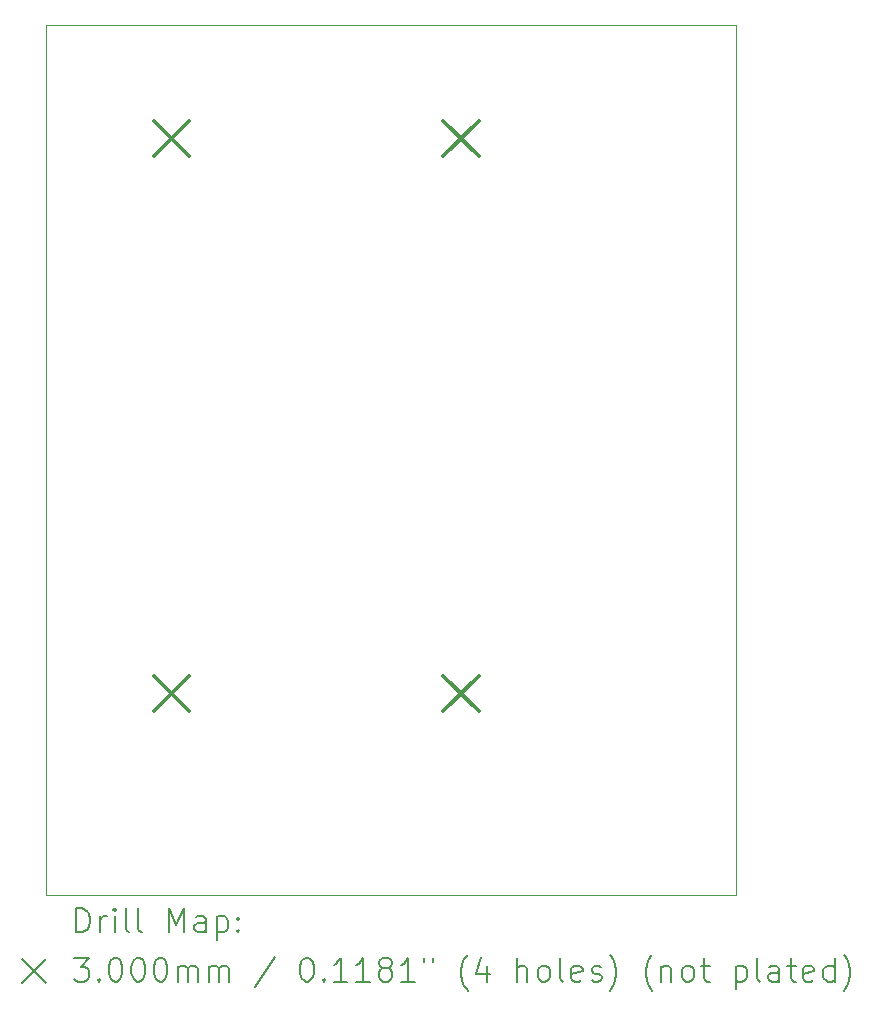
<source format=gbr>
%TF.GenerationSoftware,KiCad,Pcbnew,7.0.8*%
%TF.CreationDate,2023-12-01T02:07:00-05:00*%
%TF.ProjectId,Esquema KiCad Proyecto,45737175-656d-4612-904b-694361642050,rev?*%
%TF.SameCoordinates,Original*%
%TF.FileFunction,Drillmap*%
%TF.FilePolarity,Positive*%
%FSLAX45Y45*%
G04 Gerber Fmt 4.5, Leading zero omitted, Abs format (unit mm)*
G04 Created by KiCad (PCBNEW 7.0.8) date 2023-12-01 02:07:00*
%MOMM*%
%LPD*%
G01*
G04 APERTURE LIST*
%ADD10C,0.100000*%
%ADD11C,0.200000*%
%ADD12C,0.300000*%
G04 APERTURE END LIST*
D10*
X16764000Y-3556000D02*
X22606000Y-3556000D01*
X22606000Y-10922000D01*
X16764000Y-10922000D01*
X16764000Y-3556000D01*
D11*
D12*
X17675500Y-4372000D02*
X17975500Y-4672000D01*
X17975500Y-4372000D02*
X17675500Y-4672000D01*
X17675500Y-9067000D02*
X17975500Y-9367000D01*
X17975500Y-9067000D02*
X17675500Y-9367000D01*
X20126500Y-4372000D02*
X20426500Y-4672000D01*
X20426500Y-4372000D02*
X20126500Y-4672000D01*
X20126500Y-9067000D02*
X20426500Y-9367000D01*
X20426500Y-9067000D02*
X20126500Y-9367000D01*
D11*
X17019777Y-11238484D02*
X17019777Y-11038484D01*
X17019777Y-11038484D02*
X17067396Y-11038484D01*
X17067396Y-11038484D02*
X17095967Y-11048008D01*
X17095967Y-11048008D02*
X17115015Y-11067055D01*
X17115015Y-11067055D02*
X17124539Y-11086103D01*
X17124539Y-11086103D02*
X17134063Y-11124198D01*
X17134063Y-11124198D02*
X17134063Y-11152770D01*
X17134063Y-11152770D02*
X17124539Y-11190865D01*
X17124539Y-11190865D02*
X17115015Y-11209912D01*
X17115015Y-11209912D02*
X17095967Y-11228960D01*
X17095967Y-11228960D02*
X17067396Y-11238484D01*
X17067396Y-11238484D02*
X17019777Y-11238484D01*
X17219777Y-11238484D02*
X17219777Y-11105150D01*
X17219777Y-11143246D02*
X17229301Y-11124198D01*
X17229301Y-11124198D02*
X17238824Y-11114674D01*
X17238824Y-11114674D02*
X17257872Y-11105150D01*
X17257872Y-11105150D02*
X17276920Y-11105150D01*
X17343586Y-11238484D02*
X17343586Y-11105150D01*
X17343586Y-11038484D02*
X17334063Y-11048008D01*
X17334063Y-11048008D02*
X17343586Y-11057531D01*
X17343586Y-11057531D02*
X17353110Y-11048008D01*
X17353110Y-11048008D02*
X17343586Y-11038484D01*
X17343586Y-11038484D02*
X17343586Y-11057531D01*
X17467396Y-11238484D02*
X17448348Y-11228960D01*
X17448348Y-11228960D02*
X17438824Y-11209912D01*
X17438824Y-11209912D02*
X17438824Y-11038484D01*
X17572158Y-11238484D02*
X17553110Y-11228960D01*
X17553110Y-11228960D02*
X17543586Y-11209912D01*
X17543586Y-11209912D02*
X17543586Y-11038484D01*
X17800729Y-11238484D02*
X17800729Y-11038484D01*
X17800729Y-11038484D02*
X17867396Y-11181341D01*
X17867396Y-11181341D02*
X17934063Y-11038484D01*
X17934063Y-11038484D02*
X17934063Y-11238484D01*
X18115015Y-11238484D02*
X18115015Y-11133722D01*
X18115015Y-11133722D02*
X18105491Y-11114674D01*
X18105491Y-11114674D02*
X18086444Y-11105150D01*
X18086444Y-11105150D02*
X18048348Y-11105150D01*
X18048348Y-11105150D02*
X18029301Y-11114674D01*
X18115015Y-11228960D02*
X18095967Y-11238484D01*
X18095967Y-11238484D02*
X18048348Y-11238484D01*
X18048348Y-11238484D02*
X18029301Y-11228960D01*
X18029301Y-11228960D02*
X18019777Y-11209912D01*
X18019777Y-11209912D02*
X18019777Y-11190865D01*
X18019777Y-11190865D02*
X18029301Y-11171817D01*
X18029301Y-11171817D02*
X18048348Y-11162293D01*
X18048348Y-11162293D02*
X18095967Y-11162293D01*
X18095967Y-11162293D02*
X18115015Y-11152770D01*
X18210253Y-11105150D02*
X18210253Y-11305150D01*
X18210253Y-11114674D02*
X18229301Y-11105150D01*
X18229301Y-11105150D02*
X18267396Y-11105150D01*
X18267396Y-11105150D02*
X18286444Y-11114674D01*
X18286444Y-11114674D02*
X18295967Y-11124198D01*
X18295967Y-11124198D02*
X18305491Y-11143246D01*
X18305491Y-11143246D02*
X18305491Y-11200388D01*
X18305491Y-11200388D02*
X18295967Y-11219436D01*
X18295967Y-11219436D02*
X18286444Y-11228960D01*
X18286444Y-11228960D02*
X18267396Y-11238484D01*
X18267396Y-11238484D02*
X18229301Y-11238484D01*
X18229301Y-11238484D02*
X18210253Y-11228960D01*
X18391205Y-11219436D02*
X18400729Y-11228960D01*
X18400729Y-11228960D02*
X18391205Y-11238484D01*
X18391205Y-11238484D02*
X18381682Y-11228960D01*
X18381682Y-11228960D02*
X18391205Y-11219436D01*
X18391205Y-11219436D02*
X18391205Y-11238484D01*
X18391205Y-11114674D02*
X18400729Y-11124198D01*
X18400729Y-11124198D02*
X18391205Y-11133722D01*
X18391205Y-11133722D02*
X18381682Y-11124198D01*
X18381682Y-11124198D02*
X18391205Y-11114674D01*
X18391205Y-11114674D02*
X18391205Y-11133722D01*
X16559000Y-11467000D02*
X16759000Y-11667000D01*
X16759000Y-11467000D02*
X16559000Y-11667000D01*
X17000729Y-11458484D02*
X17124539Y-11458484D01*
X17124539Y-11458484D02*
X17057872Y-11534674D01*
X17057872Y-11534674D02*
X17086444Y-11534674D01*
X17086444Y-11534674D02*
X17105491Y-11544198D01*
X17105491Y-11544198D02*
X17115015Y-11553722D01*
X17115015Y-11553722D02*
X17124539Y-11572769D01*
X17124539Y-11572769D02*
X17124539Y-11620388D01*
X17124539Y-11620388D02*
X17115015Y-11639436D01*
X17115015Y-11639436D02*
X17105491Y-11648960D01*
X17105491Y-11648960D02*
X17086444Y-11658484D01*
X17086444Y-11658484D02*
X17029301Y-11658484D01*
X17029301Y-11658484D02*
X17010253Y-11648960D01*
X17010253Y-11648960D02*
X17000729Y-11639436D01*
X17210253Y-11639436D02*
X17219777Y-11648960D01*
X17219777Y-11648960D02*
X17210253Y-11658484D01*
X17210253Y-11658484D02*
X17200729Y-11648960D01*
X17200729Y-11648960D02*
X17210253Y-11639436D01*
X17210253Y-11639436D02*
X17210253Y-11658484D01*
X17343586Y-11458484D02*
X17362634Y-11458484D01*
X17362634Y-11458484D02*
X17381682Y-11468008D01*
X17381682Y-11468008D02*
X17391205Y-11477531D01*
X17391205Y-11477531D02*
X17400729Y-11496579D01*
X17400729Y-11496579D02*
X17410253Y-11534674D01*
X17410253Y-11534674D02*
X17410253Y-11582293D01*
X17410253Y-11582293D02*
X17400729Y-11620388D01*
X17400729Y-11620388D02*
X17391205Y-11639436D01*
X17391205Y-11639436D02*
X17381682Y-11648960D01*
X17381682Y-11648960D02*
X17362634Y-11658484D01*
X17362634Y-11658484D02*
X17343586Y-11658484D01*
X17343586Y-11658484D02*
X17324539Y-11648960D01*
X17324539Y-11648960D02*
X17315015Y-11639436D01*
X17315015Y-11639436D02*
X17305491Y-11620388D01*
X17305491Y-11620388D02*
X17295967Y-11582293D01*
X17295967Y-11582293D02*
X17295967Y-11534674D01*
X17295967Y-11534674D02*
X17305491Y-11496579D01*
X17305491Y-11496579D02*
X17315015Y-11477531D01*
X17315015Y-11477531D02*
X17324539Y-11468008D01*
X17324539Y-11468008D02*
X17343586Y-11458484D01*
X17534063Y-11458484D02*
X17553110Y-11458484D01*
X17553110Y-11458484D02*
X17572158Y-11468008D01*
X17572158Y-11468008D02*
X17581682Y-11477531D01*
X17581682Y-11477531D02*
X17591205Y-11496579D01*
X17591205Y-11496579D02*
X17600729Y-11534674D01*
X17600729Y-11534674D02*
X17600729Y-11582293D01*
X17600729Y-11582293D02*
X17591205Y-11620388D01*
X17591205Y-11620388D02*
X17581682Y-11639436D01*
X17581682Y-11639436D02*
X17572158Y-11648960D01*
X17572158Y-11648960D02*
X17553110Y-11658484D01*
X17553110Y-11658484D02*
X17534063Y-11658484D01*
X17534063Y-11658484D02*
X17515015Y-11648960D01*
X17515015Y-11648960D02*
X17505491Y-11639436D01*
X17505491Y-11639436D02*
X17495967Y-11620388D01*
X17495967Y-11620388D02*
X17486444Y-11582293D01*
X17486444Y-11582293D02*
X17486444Y-11534674D01*
X17486444Y-11534674D02*
X17495967Y-11496579D01*
X17495967Y-11496579D02*
X17505491Y-11477531D01*
X17505491Y-11477531D02*
X17515015Y-11468008D01*
X17515015Y-11468008D02*
X17534063Y-11458484D01*
X17724539Y-11458484D02*
X17743586Y-11458484D01*
X17743586Y-11458484D02*
X17762634Y-11468008D01*
X17762634Y-11468008D02*
X17772158Y-11477531D01*
X17772158Y-11477531D02*
X17781682Y-11496579D01*
X17781682Y-11496579D02*
X17791205Y-11534674D01*
X17791205Y-11534674D02*
X17791205Y-11582293D01*
X17791205Y-11582293D02*
X17781682Y-11620388D01*
X17781682Y-11620388D02*
X17772158Y-11639436D01*
X17772158Y-11639436D02*
X17762634Y-11648960D01*
X17762634Y-11648960D02*
X17743586Y-11658484D01*
X17743586Y-11658484D02*
X17724539Y-11658484D01*
X17724539Y-11658484D02*
X17705491Y-11648960D01*
X17705491Y-11648960D02*
X17695967Y-11639436D01*
X17695967Y-11639436D02*
X17686444Y-11620388D01*
X17686444Y-11620388D02*
X17676920Y-11582293D01*
X17676920Y-11582293D02*
X17676920Y-11534674D01*
X17676920Y-11534674D02*
X17686444Y-11496579D01*
X17686444Y-11496579D02*
X17695967Y-11477531D01*
X17695967Y-11477531D02*
X17705491Y-11468008D01*
X17705491Y-11468008D02*
X17724539Y-11458484D01*
X17876920Y-11658484D02*
X17876920Y-11525150D01*
X17876920Y-11544198D02*
X17886444Y-11534674D01*
X17886444Y-11534674D02*
X17905491Y-11525150D01*
X17905491Y-11525150D02*
X17934063Y-11525150D01*
X17934063Y-11525150D02*
X17953110Y-11534674D01*
X17953110Y-11534674D02*
X17962634Y-11553722D01*
X17962634Y-11553722D02*
X17962634Y-11658484D01*
X17962634Y-11553722D02*
X17972158Y-11534674D01*
X17972158Y-11534674D02*
X17991205Y-11525150D01*
X17991205Y-11525150D02*
X18019777Y-11525150D01*
X18019777Y-11525150D02*
X18038825Y-11534674D01*
X18038825Y-11534674D02*
X18048348Y-11553722D01*
X18048348Y-11553722D02*
X18048348Y-11658484D01*
X18143586Y-11658484D02*
X18143586Y-11525150D01*
X18143586Y-11544198D02*
X18153110Y-11534674D01*
X18153110Y-11534674D02*
X18172158Y-11525150D01*
X18172158Y-11525150D02*
X18200729Y-11525150D01*
X18200729Y-11525150D02*
X18219777Y-11534674D01*
X18219777Y-11534674D02*
X18229301Y-11553722D01*
X18229301Y-11553722D02*
X18229301Y-11658484D01*
X18229301Y-11553722D02*
X18238825Y-11534674D01*
X18238825Y-11534674D02*
X18257872Y-11525150D01*
X18257872Y-11525150D02*
X18286444Y-11525150D01*
X18286444Y-11525150D02*
X18305491Y-11534674D01*
X18305491Y-11534674D02*
X18315015Y-11553722D01*
X18315015Y-11553722D02*
X18315015Y-11658484D01*
X18705491Y-11448960D02*
X18534063Y-11706103D01*
X18962634Y-11458484D02*
X18981682Y-11458484D01*
X18981682Y-11458484D02*
X19000729Y-11468008D01*
X19000729Y-11468008D02*
X19010253Y-11477531D01*
X19010253Y-11477531D02*
X19019777Y-11496579D01*
X19019777Y-11496579D02*
X19029301Y-11534674D01*
X19029301Y-11534674D02*
X19029301Y-11582293D01*
X19029301Y-11582293D02*
X19019777Y-11620388D01*
X19019777Y-11620388D02*
X19010253Y-11639436D01*
X19010253Y-11639436D02*
X19000729Y-11648960D01*
X19000729Y-11648960D02*
X18981682Y-11658484D01*
X18981682Y-11658484D02*
X18962634Y-11658484D01*
X18962634Y-11658484D02*
X18943587Y-11648960D01*
X18943587Y-11648960D02*
X18934063Y-11639436D01*
X18934063Y-11639436D02*
X18924539Y-11620388D01*
X18924539Y-11620388D02*
X18915015Y-11582293D01*
X18915015Y-11582293D02*
X18915015Y-11534674D01*
X18915015Y-11534674D02*
X18924539Y-11496579D01*
X18924539Y-11496579D02*
X18934063Y-11477531D01*
X18934063Y-11477531D02*
X18943587Y-11468008D01*
X18943587Y-11468008D02*
X18962634Y-11458484D01*
X19115015Y-11639436D02*
X19124539Y-11648960D01*
X19124539Y-11648960D02*
X19115015Y-11658484D01*
X19115015Y-11658484D02*
X19105491Y-11648960D01*
X19105491Y-11648960D02*
X19115015Y-11639436D01*
X19115015Y-11639436D02*
X19115015Y-11658484D01*
X19315015Y-11658484D02*
X19200729Y-11658484D01*
X19257872Y-11658484D02*
X19257872Y-11458484D01*
X19257872Y-11458484D02*
X19238825Y-11487055D01*
X19238825Y-11487055D02*
X19219777Y-11506103D01*
X19219777Y-11506103D02*
X19200729Y-11515627D01*
X19505491Y-11658484D02*
X19391206Y-11658484D01*
X19448348Y-11658484D02*
X19448348Y-11458484D01*
X19448348Y-11458484D02*
X19429301Y-11487055D01*
X19429301Y-11487055D02*
X19410253Y-11506103D01*
X19410253Y-11506103D02*
X19391206Y-11515627D01*
X19619777Y-11544198D02*
X19600729Y-11534674D01*
X19600729Y-11534674D02*
X19591206Y-11525150D01*
X19591206Y-11525150D02*
X19581682Y-11506103D01*
X19581682Y-11506103D02*
X19581682Y-11496579D01*
X19581682Y-11496579D02*
X19591206Y-11477531D01*
X19591206Y-11477531D02*
X19600729Y-11468008D01*
X19600729Y-11468008D02*
X19619777Y-11458484D01*
X19619777Y-11458484D02*
X19657872Y-11458484D01*
X19657872Y-11458484D02*
X19676920Y-11468008D01*
X19676920Y-11468008D02*
X19686444Y-11477531D01*
X19686444Y-11477531D02*
X19695968Y-11496579D01*
X19695968Y-11496579D02*
X19695968Y-11506103D01*
X19695968Y-11506103D02*
X19686444Y-11525150D01*
X19686444Y-11525150D02*
X19676920Y-11534674D01*
X19676920Y-11534674D02*
X19657872Y-11544198D01*
X19657872Y-11544198D02*
X19619777Y-11544198D01*
X19619777Y-11544198D02*
X19600729Y-11553722D01*
X19600729Y-11553722D02*
X19591206Y-11563246D01*
X19591206Y-11563246D02*
X19581682Y-11582293D01*
X19581682Y-11582293D02*
X19581682Y-11620388D01*
X19581682Y-11620388D02*
X19591206Y-11639436D01*
X19591206Y-11639436D02*
X19600729Y-11648960D01*
X19600729Y-11648960D02*
X19619777Y-11658484D01*
X19619777Y-11658484D02*
X19657872Y-11658484D01*
X19657872Y-11658484D02*
X19676920Y-11648960D01*
X19676920Y-11648960D02*
X19686444Y-11639436D01*
X19686444Y-11639436D02*
X19695968Y-11620388D01*
X19695968Y-11620388D02*
X19695968Y-11582293D01*
X19695968Y-11582293D02*
X19686444Y-11563246D01*
X19686444Y-11563246D02*
X19676920Y-11553722D01*
X19676920Y-11553722D02*
X19657872Y-11544198D01*
X19886444Y-11658484D02*
X19772158Y-11658484D01*
X19829301Y-11658484D02*
X19829301Y-11458484D01*
X19829301Y-11458484D02*
X19810253Y-11487055D01*
X19810253Y-11487055D02*
X19791206Y-11506103D01*
X19791206Y-11506103D02*
X19772158Y-11515627D01*
X19962634Y-11458484D02*
X19962634Y-11496579D01*
X20038825Y-11458484D02*
X20038825Y-11496579D01*
X20334063Y-11734674D02*
X20324539Y-11725150D01*
X20324539Y-11725150D02*
X20305491Y-11696579D01*
X20305491Y-11696579D02*
X20295968Y-11677531D01*
X20295968Y-11677531D02*
X20286444Y-11648960D01*
X20286444Y-11648960D02*
X20276920Y-11601341D01*
X20276920Y-11601341D02*
X20276920Y-11563246D01*
X20276920Y-11563246D02*
X20286444Y-11515627D01*
X20286444Y-11515627D02*
X20295968Y-11487055D01*
X20295968Y-11487055D02*
X20305491Y-11468008D01*
X20305491Y-11468008D02*
X20324539Y-11439436D01*
X20324539Y-11439436D02*
X20334063Y-11429912D01*
X20495968Y-11525150D02*
X20495968Y-11658484D01*
X20448349Y-11448960D02*
X20400730Y-11591817D01*
X20400730Y-11591817D02*
X20524539Y-11591817D01*
X20753111Y-11658484D02*
X20753111Y-11458484D01*
X20838825Y-11658484D02*
X20838825Y-11553722D01*
X20838825Y-11553722D02*
X20829301Y-11534674D01*
X20829301Y-11534674D02*
X20810253Y-11525150D01*
X20810253Y-11525150D02*
X20781682Y-11525150D01*
X20781682Y-11525150D02*
X20762634Y-11534674D01*
X20762634Y-11534674D02*
X20753111Y-11544198D01*
X20962634Y-11658484D02*
X20943587Y-11648960D01*
X20943587Y-11648960D02*
X20934063Y-11639436D01*
X20934063Y-11639436D02*
X20924539Y-11620388D01*
X20924539Y-11620388D02*
X20924539Y-11563246D01*
X20924539Y-11563246D02*
X20934063Y-11544198D01*
X20934063Y-11544198D02*
X20943587Y-11534674D01*
X20943587Y-11534674D02*
X20962634Y-11525150D01*
X20962634Y-11525150D02*
X20991206Y-11525150D01*
X20991206Y-11525150D02*
X21010253Y-11534674D01*
X21010253Y-11534674D02*
X21019777Y-11544198D01*
X21019777Y-11544198D02*
X21029301Y-11563246D01*
X21029301Y-11563246D02*
X21029301Y-11620388D01*
X21029301Y-11620388D02*
X21019777Y-11639436D01*
X21019777Y-11639436D02*
X21010253Y-11648960D01*
X21010253Y-11648960D02*
X20991206Y-11658484D01*
X20991206Y-11658484D02*
X20962634Y-11658484D01*
X21143587Y-11658484D02*
X21124539Y-11648960D01*
X21124539Y-11648960D02*
X21115015Y-11629912D01*
X21115015Y-11629912D02*
X21115015Y-11458484D01*
X21295968Y-11648960D02*
X21276920Y-11658484D01*
X21276920Y-11658484D02*
X21238825Y-11658484D01*
X21238825Y-11658484D02*
X21219777Y-11648960D01*
X21219777Y-11648960D02*
X21210253Y-11629912D01*
X21210253Y-11629912D02*
X21210253Y-11553722D01*
X21210253Y-11553722D02*
X21219777Y-11534674D01*
X21219777Y-11534674D02*
X21238825Y-11525150D01*
X21238825Y-11525150D02*
X21276920Y-11525150D01*
X21276920Y-11525150D02*
X21295968Y-11534674D01*
X21295968Y-11534674D02*
X21305492Y-11553722D01*
X21305492Y-11553722D02*
X21305492Y-11572769D01*
X21305492Y-11572769D02*
X21210253Y-11591817D01*
X21381682Y-11648960D02*
X21400730Y-11658484D01*
X21400730Y-11658484D02*
X21438825Y-11658484D01*
X21438825Y-11658484D02*
X21457873Y-11648960D01*
X21457873Y-11648960D02*
X21467396Y-11629912D01*
X21467396Y-11629912D02*
X21467396Y-11620388D01*
X21467396Y-11620388D02*
X21457873Y-11601341D01*
X21457873Y-11601341D02*
X21438825Y-11591817D01*
X21438825Y-11591817D02*
X21410253Y-11591817D01*
X21410253Y-11591817D02*
X21391206Y-11582293D01*
X21391206Y-11582293D02*
X21381682Y-11563246D01*
X21381682Y-11563246D02*
X21381682Y-11553722D01*
X21381682Y-11553722D02*
X21391206Y-11534674D01*
X21391206Y-11534674D02*
X21410253Y-11525150D01*
X21410253Y-11525150D02*
X21438825Y-11525150D01*
X21438825Y-11525150D02*
X21457873Y-11534674D01*
X21534063Y-11734674D02*
X21543587Y-11725150D01*
X21543587Y-11725150D02*
X21562634Y-11696579D01*
X21562634Y-11696579D02*
X21572158Y-11677531D01*
X21572158Y-11677531D02*
X21581682Y-11648960D01*
X21581682Y-11648960D02*
X21591206Y-11601341D01*
X21591206Y-11601341D02*
X21591206Y-11563246D01*
X21591206Y-11563246D02*
X21581682Y-11515627D01*
X21581682Y-11515627D02*
X21572158Y-11487055D01*
X21572158Y-11487055D02*
X21562634Y-11468008D01*
X21562634Y-11468008D02*
X21543587Y-11439436D01*
X21543587Y-11439436D02*
X21534063Y-11429912D01*
X21895968Y-11734674D02*
X21886444Y-11725150D01*
X21886444Y-11725150D02*
X21867396Y-11696579D01*
X21867396Y-11696579D02*
X21857873Y-11677531D01*
X21857873Y-11677531D02*
X21848349Y-11648960D01*
X21848349Y-11648960D02*
X21838825Y-11601341D01*
X21838825Y-11601341D02*
X21838825Y-11563246D01*
X21838825Y-11563246D02*
X21848349Y-11515627D01*
X21848349Y-11515627D02*
X21857873Y-11487055D01*
X21857873Y-11487055D02*
X21867396Y-11468008D01*
X21867396Y-11468008D02*
X21886444Y-11439436D01*
X21886444Y-11439436D02*
X21895968Y-11429912D01*
X21972158Y-11525150D02*
X21972158Y-11658484D01*
X21972158Y-11544198D02*
X21981682Y-11534674D01*
X21981682Y-11534674D02*
X22000730Y-11525150D01*
X22000730Y-11525150D02*
X22029301Y-11525150D01*
X22029301Y-11525150D02*
X22048349Y-11534674D01*
X22048349Y-11534674D02*
X22057873Y-11553722D01*
X22057873Y-11553722D02*
X22057873Y-11658484D01*
X22181682Y-11658484D02*
X22162634Y-11648960D01*
X22162634Y-11648960D02*
X22153111Y-11639436D01*
X22153111Y-11639436D02*
X22143587Y-11620388D01*
X22143587Y-11620388D02*
X22143587Y-11563246D01*
X22143587Y-11563246D02*
X22153111Y-11544198D01*
X22153111Y-11544198D02*
X22162634Y-11534674D01*
X22162634Y-11534674D02*
X22181682Y-11525150D01*
X22181682Y-11525150D02*
X22210254Y-11525150D01*
X22210254Y-11525150D02*
X22229301Y-11534674D01*
X22229301Y-11534674D02*
X22238825Y-11544198D01*
X22238825Y-11544198D02*
X22248349Y-11563246D01*
X22248349Y-11563246D02*
X22248349Y-11620388D01*
X22248349Y-11620388D02*
X22238825Y-11639436D01*
X22238825Y-11639436D02*
X22229301Y-11648960D01*
X22229301Y-11648960D02*
X22210254Y-11658484D01*
X22210254Y-11658484D02*
X22181682Y-11658484D01*
X22305492Y-11525150D02*
X22381682Y-11525150D01*
X22334063Y-11458484D02*
X22334063Y-11629912D01*
X22334063Y-11629912D02*
X22343587Y-11648960D01*
X22343587Y-11648960D02*
X22362634Y-11658484D01*
X22362634Y-11658484D02*
X22381682Y-11658484D01*
X22600730Y-11525150D02*
X22600730Y-11725150D01*
X22600730Y-11534674D02*
X22619777Y-11525150D01*
X22619777Y-11525150D02*
X22657873Y-11525150D01*
X22657873Y-11525150D02*
X22676920Y-11534674D01*
X22676920Y-11534674D02*
X22686444Y-11544198D01*
X22686444Y-11544198D02*
X22695968Y-11563246D01*
X22695968Y-11563246D02*
X22695968Y-11620388D01*
X22695968Y-11620388D02*
X22686444Y-11639436D01*
X22686444Y-11639436D02*
X22676920Y-11648960D01*
X22676920Y-11648960D02*
X22657873Y-11658484D01*
X22657873Y-11658484D02*
X22619777Y-11658484D01*
X22619777Y-11658484D02*
X22600730Y-11648960D01*
X22810253Y-11658484D02*
X22791206Y-11648960D01*
X22791206Y-11648960D02*
X22781682Y-11629912D01*
X22781682Y-11629912D02*
X22781682Y-11458484D01*
X22972158Y-11658484D02*
X22972158Y-11553722D01*
X22972158Y-11553722D02*
X22962634Y-11534674D01*
X22962634Y-11534674D02*
X22943587Y-11525150D01*
X22943587Y-11525150D02*
X22905492Y-11525150D01*
X22905492Y-11525150D02*
X22886444Y-11534674D01*
X22972158Y-11648960D02*
X22953111Y-11658484D01*
X22953111Y-11658484D02*
X22905492Y-11658484D01*
X22905492Y-11658484D02*
X22886444Y-11648960D01*
X22886444Y-11648960D02*
X22876920Y-11629912D01*
X22876920Y-11629912D02*
X22876920Y-11610865D01*
X22876920Y-11610865D02*
X22886444Y-11591817D01*
X22886444Y-11591817D02*
X22905492Y-11582293D01*
X22905492Y-11582293D02*
X22953111Y-11582293D01*
X22953111Y-11582293D02*
X22972158Y-11572769D01*
X23038825Y-11525150D02*
X23115015Y-11525150D01*
X23067396Y-11458484D02*
X23067396Y-11629912D01*
X23067396Y-11629912D02*
X23076920Y-11648960D01*
X23076920Y-11648960D02*
X23095968Y-11658484D01*
X23095968Y-11658484D02*
X23115015Y-11658484D01*
X23257873Y-11648960D02*
X23238825Y-11658484D01*
X23238825Y-11658484D02*
X23200730Y-11658484D01*
X23200730Y-11658484D02*
X23181682Y-11648960D01*
X23181682Y-11648960D02*
X23172158Y-11629912D01*
X23172158Y-11629912D02*
X23172158Y-11553722D01*
X23172158Y-11553722D02*
X23181682Y-11534674D01*
X23181682Y-11534674D02*
X23200730Y-11525150D01*
X23200730Y-11525150D02*
X23238825Y-11525150D01*
X23238825Y-11525150D02*
X23257873Y-11534674D01*
X23257873Y-11534674D02*
X23267396Y-11553722D01*
X23267396Y-11553722D02*
X23267396Y-11572769D01*
X23267396Y-11572769D02*
X23172158Y-11591817D01*
X23438825Y-11658484D02*
X23438825Y-11458484D01*
X23438825Y-11648960D02*
X23419777Y-11658484D01*
X23419777Y-11658484D02*
X23381682Y-11658484D01*
X23381682Y-11658484D02*
X23362634Y-11648960D01*
X23362634Y-11648960D02*
X23353111Y-11639436D01*
X23353111Y-11639436D02*
X23343587Y-11620388D01*
X23343587Y-11620388D02*
X23343587Y-11563246D01*
X23343587Y-11563246D02*
X23353111Y-11544198D01*
X23353111Y-11544198D02*
X23362634Y-11534674D01*
X23362634Y-11534674D02*
X23381682Y-11525150D01*
X23381682Y-11525150D02*
X23419777Y-11525150D01*
X23419777Y-11525150D02*
X23438825Y-11534674D01*
X23515015Y-11734674D02*
X23524539Y-11725150D01*
X23524539Y-11725150D02*
X23543587Y-11696579D01*
X23543587Y-11696579D02*
X23553111Y-11677531D01*
X23553111Y-11677531D02*
X23562634Y-11648960D01*
X23562634Y-11648960D02*
X23572158Y-11601341D01*
X23572158Y-11601341D02*
X23572158Y-11563246D01*
X23572158Y-11563246D02*
X23562634Y-11515627D01*
X23562634Y-11515627D02*
X23553111Y-11487055D01*
X23553111Y-11487055D02*
X23543587Y-11468008D01*
X23543587Y-11468008D02*
X23524539Y-11439436D01*
X23524539Y-11439436D02*
X23515015Y-11429912D01*
M02*

</source>
